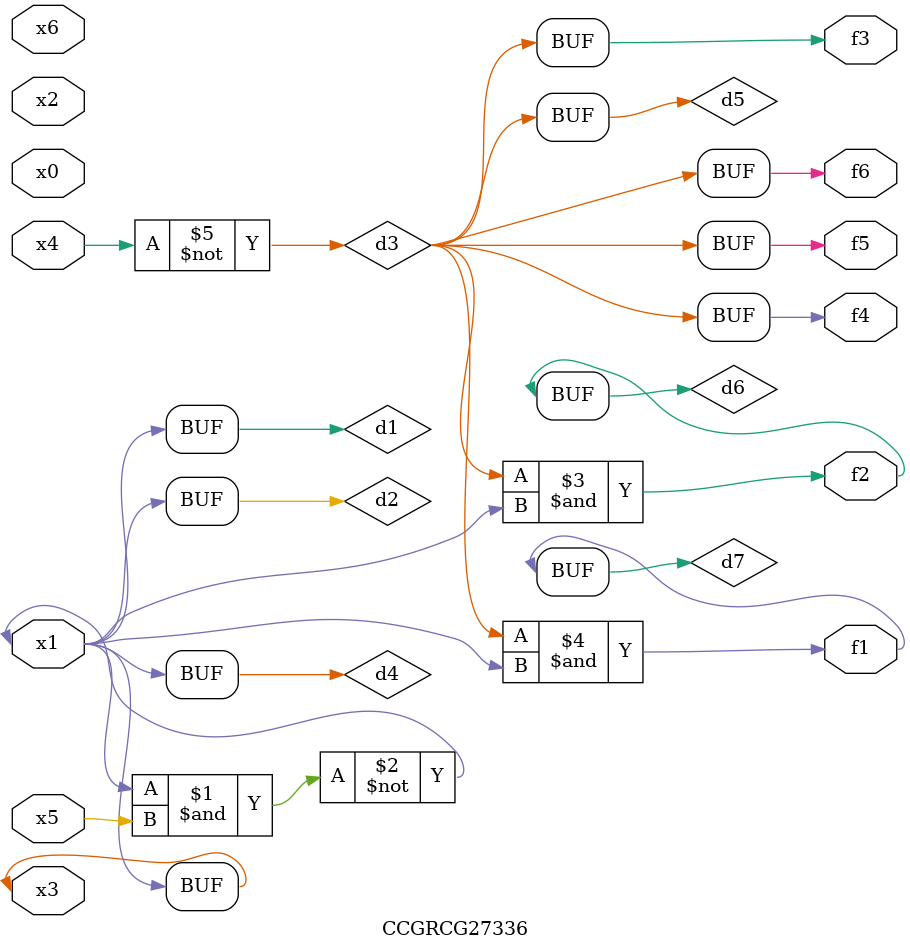
<source format=v>
module CCGRCG27336(
	input x0, x1, x2, x3, x4, x5, x6,
	output f1, f2, f3, f4, f5, f6
);

	wire d1, d2, d3, d4, d5, d6, d7;

	buf (d1, x1, x3);
	nand (d2, x1, x5);
	not (d3, x4);
	buf (d4, d1, d2);
	buf (d5, d3);
	and (d6, d3, d4);
	and (d7, d3, d4);
	assign f1 = d7;
	assign f2 = d6;
	assign f3 = d5;
	assign f4 = d5;
	assign f5 = d5;
	assign f6 = d5;
endmodule

</source>
